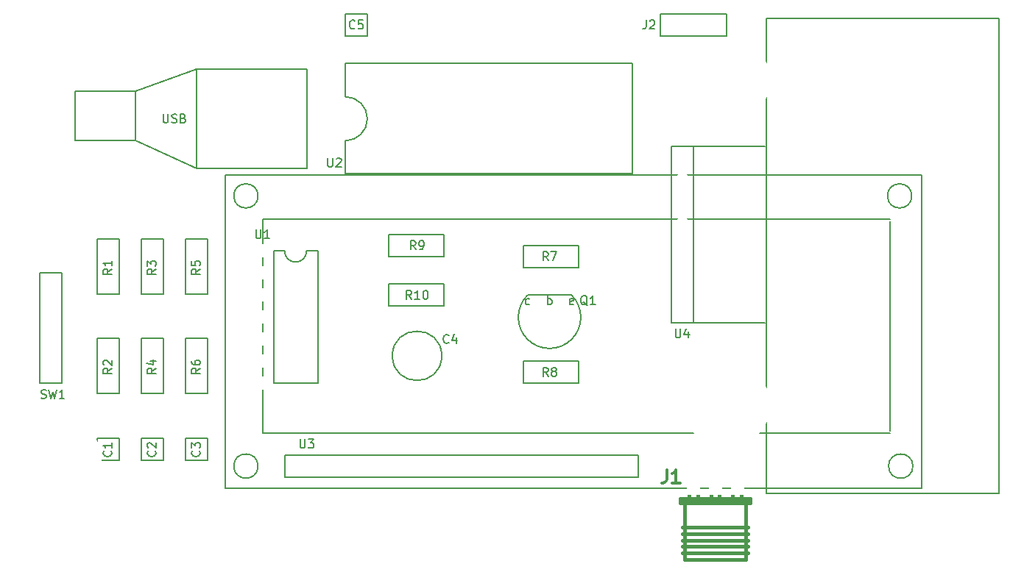
<source format=gto>
G04 #@! TF.FileFunction,Legend,Top*
%FSLAX46Y46*%
G04 Gerber Fmt 4.6, Leading zero omitted, Abs format (unit mm)*
G04 Created by KiCad (PCBNEW 4.0.7) date Thursday, 04 January 2018 'PMt' 04:22:12 PM*
%MOMM*%
%LPD*%
G01*
G04 APERTURE LIST*
%ADD10C,0.100000*%
%ADD11C,0.150000*%
%ADD12C,0.381000*%
%ADD13C,0.304800*%
%ADD14C,10.000000*%
%ADD15C,1.500000*%
%ADD16R,1.524000X1.500000*%
%ADD17R,1.500000X1.500000*%
%ADD18R,1.524000X4.064000*%
G04 APERTURE END LIST*
D10*
D11*
X104775000Y-65405000D02*
G75*
G03X104775000Y-65405000I-3810000J0D01*
G01*
X104775000Y-113030000D02*
G75*
G03X104775000Y-113030000I-3810000J0D01*
G01*
X181610000Y-106680000D02*
G75*
G03X181610000Y-106680000I-3810000J0D01*
G01*
X181610000Y-69215000D02*
G75*
G03X181610000Y-69215000I-3810000J0D01*
G01*
X170180000Y-64135000D02*
X170180000Y-61595000D01*
X170180000Y-61595000D02*
X177800000Y-61595000D01*
X177800000Y-61595000D02*
X177800000Y-64135000D01*
X177800000Y-64135000D02*
X170180000Y-64135000D01*
X133985000Y-64135000D02*
X136525000Y-64135000D01*
X133985000Y-64135000D02*
X133985000Y-61595000D01*
X136525000Y-64135000D02*
X133985000Y-64135000D01*
X136525000Y-61595000D02*
X136525000Y-64135000D01*
X133985000Y-61595000D02*
X136525000Y-61595000D01*
X138938000Y-89535000D02*
X145288000Y-89535000D01*
X138938000Y-86995000D02*
X145288000Y-86995000D01*
X145288000Y-86995000D02*
X145288000Y-89535000D01*
X138938000Y-89535000D02*
X138938000Y-86995000D01*
X160782000Y-88265000D02*
X154432000Y-88265000D01*
X160782000Y-90805000D02*
X154432000Y-90805000D01*
X154432000Y-90805000D02*
X154432000Y-88265000D01*
X160782000Y-88265000D02*
X160782000Y-90805000D01*
X160782000Y-101600000D02*
X154432000Y-101600000D01*
X160782000Y-104140000D02*
X154432000Y-104140000D01*
X154432000Y-104140000D02*
X154432000Y-101600000D01*
X160782000Y-101600000D02*
X160782000Y-104140000D01*
X145079806Y-100965000D02*
G75*
G03X145079806Y-100965000I-2839806J0D01*
G01*
X138938000Y-95250000D02*
X145288000Y-95250000D01*
X138938000Y-92710000D02*
X145288000Y-92710000D01*
X145288000Y-92710000D02*
X145288000Y-95250000D01*
X138938000Y-95250000D02*
X138938000Y-92710000D01*
X105410000Y-87503000D02*
X105410000Y-93853000D01*
X107950000Y-87503000D02*
X107950000Y-93853000D01*
X107950000Y-93853000D02*
X105410000Y-93853000D01*
X105410000Y-87503000D02*
X107950000Y-87503000D01*
X110490000Y-87503000D02*
X110490000Y-93853000D01*
X113030000Y-87503000D02*
X113030000Y-93853000D01*
X113030000Y-93853000D02*
X110490000Y-93853000D01*
X110490000Y-87503000D02*
X113030000Y-87503000D01*
X115570000Y-87503000D02*
X115570000Y-93853000D01*
X118110000Y-87503000D02*
X118110000Y-93853000D01*
X118110000Y-93853000D02*
X115570000Y-93853000D01*
X115570000Y-87503000D02*
X118110000Y-87503000D01*
X105410000Y-98933000D02*
X105410000Y-105283000D01*
X107950000Y-98933000D02*
X107950000Y-105283000D01*
X107950000Y-105283000D02*
X105410000Y-105283000D01*
X105410000Y-98933000D02*
X107950000Y-98933000D01*
X110490000Y-98933000D02*
X110490000Y-105283000D01*
X113030000Y-98933000D02*
X113030000Y-105283000D01*
X113030000Y-105283000D02*
X110490000Y-105283000D01*
X110490000Y-98933000D02*
X113030000Y-98933000D01*
X115570000Y-98933000D02*
X115570000Y-105283000D01*
X118110000Y-98933000D02*
X118110000Y-105283000D01*
X118110000Y-105283000D02*
X115570000Y-105283000D01*
X115570000Y-98933000D02*
X118110000Y-98933000D01*
X105410000Y-110490000D02*
X105410000Y-113030000D01*
X105410000Y-110490000D02*
X107950000Y-110490000D01*
X105410000Y-113030000D02*
X105410000Y-110490000D01*
X107950000Y-113030000D02*
X105410000Y-113030000D01*
X107950000Y-110490000D02*
X107950000Y-113030000D01*
X110490000Y-110490000D02*
X110490000Y-113030000D01*
X110490000Y-110490000D02*
X113030000Y-110490000D01*
X110490000Y-113030000D02*
X110490000Y-110490000D01*
X113030000Y-113030000D02*
X110490000Y-113030000D01*
X113030000Y-110490000D02*
X113030000Y-113030000D01*
X115570000Y-110490000D02*
X115570000Y-113030000D01*
X115570000Y-110490000D02*
X118110000Y-110490000D01*
X115570000Y-113030000D02*
X115570000Y-110490000D01*
X118110000Y-113030000D02*
X115570000Y-113030000D01*
X118110000Y-110490000D02*
X118110000Y-113030000D01*
X101346000Y-91440000D02*
X98806000Y-91440000D01*
X101346000Y-104140000D02*
X98806000Y-104140000D01*
X98806000Y-104140000D02*
X98806000Y-91440000D01*
X101346000Y-91440000D02*
X101346000Y-104140000D01*
D12*
X180279040Y-123685300D02*
X172780960Y-123685300D01*
X172780960Y-122936000D02*
X180279040Y-122936000D01*
X180279040Y-122184160D02*
X172780960Y-122184160D01*
X172780960Y-120685560D02*
X180279040Y-120685560D01*
X180279040Y-121434860D02*
X172780960Y-121434860D01*
X173029880Y-124434600D02*
X180030120Y-124434600D01*
X180030120Y-124434600D02*
X180030120Y-123934220D01*
X172529500Y-117934740D02*
X172529500Y-117434360D01*
X180530500Y-117934740D02*
X180530500Y-117434360D01*
X180530500Y-117685820D02*
X172529500Y-117685820D01*
X172529500Y-117934740D02*
X180530500Y-117934740D01*
X178528980Y-117434360D02*
X178528980Y-113433860D01*
X178528980Y-113433860D02*
X179529740Y-113433860D01*
X179529740Y-113433860D02*
X179529740Y-117434360D01*
X176029620Y-117434360D02*
X176029620Y-113433860D01*
X176029620Y-113433860D02*
X177030380Y-113433860D01*
X177030380Y-113433860D02*
X177030380Y-117434360D01*
X173530260Y-117434360D02*
X173530260Y-113433860D01*
X173530260Y-113433860D02*
X174531020Y-113433860D01*
X174531020Y-113433860D02*
X174531020Y-117434360D01*
X173029880Y-124434600D02*
X173029880Y-117434360D01*
X172529500Y-117434360D02*
X180530500Y-117434360D01*
X180030120Y-117434360D02*
X180030120Y-123934220D01*
D11*
X154940000Y-93980000D02*
X160020000Y-93980000D01*
X160020000Y-99060000D02*
G75*
G03X160020000Y-93980000I-2540000J2540000D01*
G01*
X154940000Y-99060000D02*
G75*
G03X160020000Y-99060000I2540000J2540000D01*
G01*
X154940000Y-93980000D02*
G75*
G03X154940000Y-99060000I2540000J-2540000D01*
G01*
X116840000Y-79375000D02*
X116840000Y-67945000D01*
X102870000Y-76200000D02*
X109855000Y-76200000D01*
X109855000Y-76200000D02*
X109855000Y-70485000D01*
X109855000Y-70485000D02*
X102870000Y-70485000D01*
X102870000Y-70485000D02*
X102870000Y-76200000D01*
X109855000Y-76200000D02*
X116840000Y-79375000D01*
X109855000Y-70485000D02*
X116840000Y-67945000D01*
X116840000Y-67945000D02*
X129540000Y-67945000D01*
X116840000Y-79375000D02*
X129540000Y-79375000D01*
X129540000Y-67945000D02*
X129540000Y-79375000D01*
X167005000Y-80010000D02*
X167005000Y-67310000D01*
X133985000Y-71120000D02*
X133985000Y-67310000D01*
X133985000Y-80010000D02*
X133985000Y-76200000D01*
X133985000Y-80010000D02*
X167005000Y-80010000D01*
X167005000Y-67310000D02*
X133985000Y-67310000D01*
X133985000Y-76200000D02*
G75*
G03X136525000Y-73660000I0J2540000D01*
G01*
X136525000Y-73660000D02*
G75*
G03X133985000Y-71120000I-2540000J0D01*
G01*
X173990000Y-97155000D02*
X182245000Y-97155000D01*
X173990000Y-76835000D02*
X182245000Y-76835000D01*
X171450000Y-76835000D02*
X173990000Y-76835000D01*
X173990000Y-76835000D02*
X173990000Y-97155000D01*
X173990000Y-97155000D02*
X171450000Y-97155000D01*
X171450000Y-97155000D02*
X171450000Y-76835000D01*
X208915000Y-62103000D02*
X209169000Y-62103000D01*
X209169000Y-116840000D02*
X209169000Y-62103000D01*
X182372000Y-116840000D02*
X209169000Y-116840000D01*
X182372000Y-62103000D02*
X209042000Y-62103000D01*
X182372000Y-111379000D02*
X182372000Y-116840000D01*
X182372000Y-62103000D02*
X182372000Y-77089000D01*
X182372000Y-69215000D02*
X182372000Y-111379000D01*
X125730000Y-104140000D02*
X130810000Y-104140000D01*
X129540000Y-88900000D02*
X130810000Y-88900000D01*
X125730000Y-88900000D02*
X127000000Y-88900000D01*
X125730000Y-88900000D02*
X125730000Y-104140000D01*
X130810000Y-104140000D02*
X130810000Y-88900000D01*
X127000000Y-88900000D02*
G75*
G03X128270000Y-90170000I1270000J0D01*
G01*
X128270000Y-90170000D02*
G75*
G03X129540000Y-88900000I0J1270000D01*
G01*
X124460000Y-85217000D02*
X196596000Y-85217000D01*
X124460000Y-109855000D02*
X196596000Y-109855000D01*
X196596000Y-85471000D02*
X196596000Y-109601000D01*
X124460000Y-85217000D02*
X124460000Y-109855000D01*
X199263000Y-113665000D02*
G75*
G03X199263000Y-113665000I-1397000J0D01*
G01*
X123952000Y-113665000D02*
G75*
G03X123952000Y-113665000I-1397000J0D01*
G01*
X123952000Y-82550000D02*
G75*
G03X123952000Y-82550000I-1397000J0D01*
G01*
X199136000Y-82550000D02*
G75*
G03X199136000Y-82550000I-1397000J0D01*
G01*
X120142000Y-80137000D02*
X200279000Y-80137000D01*
X200279000Y-113665000D02*
X200279000Y-80137000D01*
X120142000Y-109347000D02*
X120142000Y-80137000D01*
X120904000Y-80137000D02*
X121793000Y-80137000D01*
X200279000Y-116078000D02*
X200279000Y-116205000D01*
X128778000Y-116205000D02*
X200279000Y-116205000D01*
X200279000Y-113665000D02*
X200279000Y-116078000D01*
X120142000Y-116205000D02*
X120142000Y-109220000D01*
X128270000Y-116205000D02*
X120269000Y-116205000D01*
X120269000Y-116205000D02*
X120142000Y-116205000D01*
X128270000Y-116205000D02*
X128778000Y-116205000D01*
X120142000Y-113792000D02*
X120142000Y-113284000D01*
X127000000Y-112395000D02*
X167640000Y-112395000D01*
X167640000Y-112395000D02*
X167640000Y-114935000D01*
X167640000Y-114935000D02*
X127000000Y-114935000D01*
X127000000Y-114935000D02*
X127000000Y-112395000D01*
X168576667Y-62317381D02*
X168576667Y-63031667D01*
X168529047Y-63174524D01*
X168433809Y-63269762D01*
X168290952Y-63317381D01*
X168195714Y-63317381D01*
X169005238Y-62412619D02*
X169052857Y-62365000D01*
X169148095Y-62317381D01*
X169386191Y-62317381D01*
X169481429Y-62365000D01*
X169529048Y-62412619D01*
X169576667Y-62507857D01*
X169576667Y-62603095D01*
X169529048Y-62745952D01*
X168957619Y-63317381D01*
X169576667Y-63317381D01*
X135088334Y-63222143D02*
X135040715Y-63269762D01*
X134897858Y-63317381D01*
X134802620Y-63317381D01*
X134659762Y-63269762D01*
X134564524Y-63174524D01*
X134516905Y-63079286D01*
X134469286Y-62888810D01*
X134469286Y-62745952D01*
X134516905Y-62555476D01*
X134564524Y-62460238D01*
X134659762Y-62365000D01*
X134802620Y-62317381D01*
X134897858Y-62317381D01*
X135040715Y-62365000D01*
X135088334Y-62412619D01*
X135993096Y-62317381D02*
X135516905Y-62317381D01*
X135469286Y-62793571D01*
X135516905Y-62745952D01*
X135612143Y-62698333D01*
X135850239Y-62698333D01*
X135945477Y-62745952D01*
X135993096Y-62793571D01*
X136040715Y-62888810D01*
X136040715Y-63126905D01*
X135993096Y-63222143D01*
X135945477Y-63269762D01*
X135850239Y-63317381D01*
X135612143Y-63317381D01*
X135516905Y-63269762D01*
X135469286Y-63222143D01*
X142073334Y-88717381D02*
X141740000Y-88241190D01*
X141501905Y-88717381D02*
X141501905Y-87717381D01*
X141882858Y-87717381D01*
X141978096Y-87765000D01*
X142025715Y-87812619D01*
X142073334Y-87907857D01*
X142073334Y-88050714D01*
X142025715Y-88145952D01*
X141978096Y-88193571D01*
X141882858Y-88241190D01*
X141501905Y-88241190D01*
X142549524Y-88717381D02*
X142740000Y-88717381D01*
X142835239Y-88669762D01*
X142882858Y-88622143D01*
X142978096Y-88479286D01*
X143025715Y-88288810D01*
X143025715Y-87907857D01*
X142978096Y-87812619D01*
X142930477Y-87765000D01*
X142835239Y-87717381D01*
X142644762Y-87717381D01*
X142549524Y-87765000D01*
X142501905Y-87812619D01*
X142454286Y-87907857D01*
X142454286Y-88145952D01*
X142501905Y-88241190D01*
X142549524Y-88288810D01*
X142644762Y-88336429D01*
X142835239Y-88336429D01*
X142930477Y-88288810D01*
X142978096Y-88241190D01*
X143025715Y-88145952D01*
X157313334Y-89987381D02*
X156980000Y-89511190D01*
X156741905Y-89987381D02*
X156741905Y-88987381D01*
X157122858Y-88987381D01*
X157218096Y-89035000D01*
X157265715Y-89082619D01*
X157313334Y-89177857D01*
X157313334Y-89320714D01*
X157265715Y-89415952D01*
X157218096Y-89463571D01*
X157122858Y-89511190D01*
X156741905Y-89511190D01*
X157646667Y-88987381D02*
X158313334Y-88987381D01*
X157884762Y-89987381D01*
X157313334Y-103322381D02*
X156980000Y-102846190D01*
X156741905Y-103322381D02*
X156741905Y-102322381D01*
X157122858Y-102322381D01*
X157218096Y-102370000D01*
X157265715Y-102417619D01*
X157313334Y-102512857D01*
X157313334Y-102655714D01*
X157265715Y-102750952D01*
X157218096Y-102798571D01*
X157122858Y-102846190D01*
X156741905Y-102846190D01*
X157884762Y-102750952D02*
X157789524Y-102703333D01*
X157741905Y-102655714D01*
X157694286Y-102560476D01*
X157694286Y-102512857D01*
X157741905Y-102417619D01*
X157789524Y-102370000D01*
X157884762Y-102322381D01*
X158075239Y-102322381D01*
X158170477Y-102370000D01*
X158218096Y-102417619D01*
X158265715Y-102512857D01*
X158265715Y-102560476D01*
X158218096Y-102655714D01*
X158170477Y-102703333D01*
X158075239Y-102750952D01*
X157884762Y-102750952D01*
X157789524Y-102798571D01*
X157741905Y-102846190D01*
X157694286Y-102941429D01*
X157694286Y-103131905D01*
X157741905Y-103227143D01*
X157789524Y-103274762D01*
X157884762Y-103322381D01*
X158075239Y-103322381D01*
X158170477Y-103274762D01*
X158218096Y-103227143D01*
X158265715Y-103131905D01*
X158265715Y-102941429D01*
X158218096Y-102846190D01*
X158170477Y-102798571D01*
X158075239Y-102750952D01*
X145883334Y-99417143D02*
X145835715Y-99464762D01*
X145692858Y-99512381D01*
X145597620Y-99512381D01*
X145454762Y-99464762D01*
X145359524Y-99369524D01*
X145311905Y-99274286D01*
X145264286Y-99083810D01*
X145264286Y-98940952D01*
X145311905Y-98750476D01*
X145359524Y-98655238D01*
X145454762Y-98560000D01*
X145597620Y-98512381D01*
X145692858Y-98512381D01*
X145835715Y-98560000D01*
X145883334Y-98607619D01*
X146740477Y-98845714D02*
X146740477Y-99512381D01*
X146502381Y-98464762D02*
X146264286Y-99179048D01*
X146883334Y-99179048D01*
X141597143Y-94432381D02*
X141263809Y-93956190D01*
X141025714Y-94432381D02*
X141025714Y-93432381D01*
X141406667Y-93432381D01*
X141501905Y-93480000D01*
X141549524Y-93527619D01*
X141597143Y-93622857D01*
X141597143Y-93765714D01*
X141549524Y-93860952D01*
X141501905Y-93908571D01*
X141406667Y-93956190D01*
X141025714Y-93956190D01*
X142549524Y-94432381D02*
X141978095Y-94432381D01*
X142263809Y-94432381D02*
X142263809Y-93432381D01*
X142168571Y-93575238D01*
X142073333Y-93670476D01*
X141978095Y-93718095D01*
X143168571Y-93432381D02*
X143263810Y-93432381D01*
X143359048Y-93480000D01*
X143406667Y-93527619D01*
X143454286Y-93622857D01*
X143501905Y-93813333D01*
X143501905Y-94051429D01*
X143454286Y-94241905D01*
X143406667Y-94337143D01*
X143359048Y-94384762D01*
X143263810Y-94432381D01*
X143168571Y-94432381D01*
X143073333Y-94384762D01*
X143025714Y-94337143D01*
X142978095Y-94241905D01*
X142930476Y-94051429D01*
X142930476Y-93813333D01*
X142978095Y-93622857D01*
X143025714Y-93527619D01*
X143073333Y-93480000D01*
X143168571Y-93432381D01*
X107132381Y-90971666D02*
X106656190Y-91305000D01*
X107132381Y-91543095D02*
X106132381Y-91543095D01*
X106132381Y-91162142D01*
X106180000Y-91066904D01*
X106227619Y-91019285D01*
X106322857Y-90971666D01*
X106465714Y-90971666D01*
X106560952Y-91019285D01*
X106608571Y-91066904D01*
X106656190Y-91162142D01*
X106656190Y-91543095D01*
X107132381Y-90019285D02*
X107132381Y-90590714D01*
X107132381Y-90305000D02*
X106132381Y-90305000D01*
X106275238Y-90400238D01*
X106370476Y-90495476D01*
X106418095Y-90590714D01*
X112212381Y-90971666D02*
X111736190Y-91305000D01*
X112212381Y-91543095D02*
X111212381Y-91543095D01*
X111212381Y-91162142D01*
X111260000Y-91066904D01*
X111307619Y-91019285D01*
X111402857Y-90971666D01*
X111545714Y-90971666D01*
X111640952Y-91019285D01*
X111688571Y-91066904D01*
X111736190Y-91162142D01*
X111736190Y-91543095D01*
X111212381Y-90638333D02*
X111212381Y-90019285D01*
X111593333Y-90352619D01*
X111593333Y-90209761D01*
X111640952Y-90114523D01*
X111688571Y-90066904D01*
X111783810Y-90019285D01*
X112021905Y-90019285D01*
X112117143Y-90066904D01*
X112164762Y-90114523D01*
X112212381Y-90209761D01*
X112212381Y-90495476D01*
X112164762Y-90590714D01*
X112117143Y-90638333D01*
X117292381Y-90971666D02*
X116816190Y-91305000D01*
X117292381Y-91543095D02*
X116292381Y-91543095D01*
X116292381Y-91162142D01*
X116340000Y-91066904D01*
X116387619Y-91019285D01*
X116482857Y-90971666D01*
X116625714Y-90971666D01*
X116720952Y-91019285D01*
X116768571Y-91066904D01*
X116816190Y-91162142D01*
X116816190Y-91543095D01*
X116292381Y-90066904D02*
X116292381Y-90543095D01*
X116768571Y-90590714D01*
X116720952Y-90543095D01*
X116673333Y-90447857D01*
X116673333Y-90209761D01*
X116720952Y-90114523D01*
X116768571Y-90066904D01*
X116863810Y-90019285D01*
X117101905Y-90019285D01*
X117197143Y-90066904D01*
X117244762Y-90114523D01*
X117292381Y-90209761D01*
X117292381Y-90447857D01*
X117244762Y-90543095D01*
X117197143Y-90590714D01*
X107132381Y-102401666D02*
X106656190Y-102735000D01*
X107132381Y-102973095D02*
X106132381Y-102973095D01*
X106132381Y-102592142D01*
X106180000Y-102496904D01*
X106227619Y-102449285D01*
X106322857Y-102401666D01*
X106465714Y-102401666D01*
X106560952Y-102449285D01*
X106608571Y-102496904D01*
X106656190Y-102592142D01*
X106656190Y-102973095D01*
X106227619Y-102020714D02*
X106180000Y-101973095D01*
X106132381Y-101877857D01*
X106132381Y-101639761D01*
X106180000Y-101544523D01*
X106227619Y-101496904D01*
X106322857Y-101449285D01*
X106418095Y-101449285D01*
X106560952Y-101496904D01*
X107132381Y-102068333D01*
X107132381Y-101449285D01*
X112212381Y-102401666D02*
X111736190Y-102735000D01*
X112212381Y-102973095D02*
X111212381Y-102973095D01*
X111212381Y-102592142D01*
X111260000Y-102496904D01*
X111307619Y-102449285D01*
X111402857Y-102401666D01*
X111545714Y-102401666D01*
X111640952Y-102449285D01*
X111688571Y-102496904D01*
X111736190Y-102592142D01*
X111736190Y-102973095D01*
X111545714Y-101544523D02*
X112212381Y-101544523D01*
X111164762Y-101782619D02*
X111879048Y-102020714D01*
X111879048Y-101401666D01*
X117292381Y-102401666D02*
X116816190Y-102735000D01*
X117292381Y-102973095D02*
X116292381Y-102973095D01*
X116292381Y-102592142D01*
X116340000Y-102496904D01*
X116387619Y-102449285D01*
X116482857Y-102401666D01*
X116625714Y-102401666D01*
X116720952Y-102449285D01*
X116768571Y-102496904D01*
X116816190Y-102592142D01*
X116816190Y-102973095D01*
X116292381Y-101544523D02*
X116292381Y-101735000D01*
X116340000Y-101830238D01*
X116387619Y-101877857D01*
X116530476Y-101973095D01*
X116720952Y-102020714D01*
X117101905Y-102020714D01*
X117197143Y-101973095D01*
X117244762Y-101925476D01*
X117292381Y-101830238D01*
X117292381Y-101639761D01*
X117244762Y-101544523D01*
X117197143Y-101496904D01*
X117101905Y-101449285D01*
X116863810Y-101449285D01*
X116768571Y-101496904D01*
X116720952Y-101544523D01*
X116673333Y-101639761D01*
X116673333Y-101830238D01*
X116720952Y-101925476D01*
X116768571Y-101973095D01*
X116863810Y-102020714D01*
X107037143Y-111926666D02*
X107084762Y-111974285D01*
X107132381Y-112117142D01*
X107132381Y-112212380D01*
X107084762Y-112355238D01*
X106989524Y-112450476D01*
X106894286Y-112498095D01*
X106703810Y-112545714D01*
X106560952Y-112545714D01*
X106370476Y-112498095D01*
X106275238Y-112450476D01*
X106180000Y-112355238D01*
X106132381Y-112212380D01*
X106132381Y-112117142D01*
X106180000Y-111974285D01*
X106227619Y-111926666D01*
X107132381Y-110974285D02*
X107132381Y-111545714D01*
X107132381Y-111260000D02*
X106132381Y-111260000D01*
X106275238Y-111355238D01*
X106370476Y-111450476D01*
X106418095Y-111545714D01*
X112117143Y-111926666D02*
X112164762Y-111974285D01*
X112212381Y-112117142D01*
X112212381Y-112212380D01*
X112164762Y-112355238D01*
X112069524Y-112450476D01*
X111974286Y-112498095D01*
X111783810Y-112545714D01*
X111640952Y-112545714D01*
X111450476Y-112498095D01*
X111355238Y-112450476D01*
X111260000Y-112355238D01*
X111212381Y-112212380D01*
X111212381Y-112117142D01*
X111260000Y-111974285D01*
X111307619Y-111926666D01*
X111307619Y-111545714D02*
X111260000Y-111498095D01*
X111212381Y-111402857D01*
X111212381Y-111164761D01*
X111260000Y-111069523D01*
X111307619Y-111021904D01*
X111402857Y-110974285D01*
X111498095Y-110974285D01*
X111640952Y-111021904D01*
X112212381Y-111593333D01*
X112212381Y-110974285D01*
X117197143Y-111926666D02*
X117244762Y-111974285D01*
X117292381Y-112117142D01*
X117292381Y-112212380D01*
X117244762Y-112355238D01*
X117149524Y-112450476D01*
X117054286Y-112498095D01*
X116863810Y-112545714D01*
X116720952Y-112545714D01*
X116530476Y-112498095D01*
X116435238Y-112450476D01*
X116340000Y-112355238D01*
X116292381Y-112212380D01*
X116292381Y-112117142D01*
X116340000Y-111974285D01*
X116387619Y-111926666D01*
X116292381Y-111593333D02*
X116292381Y-110974285D01*
X116673333Y-111307619D01*
X116673333Y-111164761D01*
X116720952Y-111069523D01*
X116768571Y-111021904D01*
X116863810Y-110974285D01*
X117101905Y-110974285D01*
X117197143Y-111021904D01*
X117244762Y-111069523D01*
X117292381Y-111164761D01*
X117292381Y-111450476D01*
X117244762Y-111545714D01*
X117197143Y-111593333D01*
X98996667Y-105814762D02*
X99139524Y-105862381D01*
X99377620Y-105862381D01*
X99472858Y-105814762D01*
X99520477Y-105767143D01*
X99568096Y-105671905D01*
X99568096Y-105576667D01*
X99520477Y-105481429D01*
X99472858Y-105433810D01*
X99377620Y-105386190D01*
X99187143Y-105338571D01*
X99091905Y-105290952D01*
X99044286Y-105243333D01*
X98996667Y-105148095D01*
X98996667Y-105052857D01*
X99044286Y-104957619D01*
X99091905Y-104910000D01*
X99187143Y-104862381D01*
X99425239Y-104862381D01*
X99568096Y-104910000D01*
X99901429Y-104862381D02*
X100139524Y-105862381D01*
X100330001Y-105148095D01*
X100520477Y-105862381D01*
X100758572Y-104862381D01*
X101663334Y-105862381D02*
X101091905Y-105862381D01*
X101377619Y-105862381D02*
X101377619Y-104862381D01*
X101282381Y-105005238D01*
X101187143Y-105100476D01*
X101091905Y-105148095D01*
D13*
X170942000Y-114100429D02*
X170942000Y-115189000D01*
X170869428Y-115406714D01*
X170724285Y-115551857D01*
X170506571Y-115624429D01*
X170361428Y-115624429D01*
X172466000Y-115624429D02*
X171595143Y-115624429D01*
X172030571Y-115624429D02*
X172030571Y-114100429D01*
X171885428Y-114318143D01*
X171740286Y-114463286D01*
X171595143Y-114535857D01*
D11*
X161829762Y-95162619D02*
X161734524Y-95115000D01*
X161639286Y-95019762D01*
X161496429Y-94876905D01*
X161401190Y-94829286D01*
X161305952Y-94829286D01*
X161353571Y-95067381D02*
X161258333Y-95019762D01*
X161163095Y-94924524D01*
X161115476Y-94734048D01*
X161115476Y-94400714D01*
X161163095Y-94210238D01*
X161258333Y-94115000D01*
X161353571Y-94067381D01*
X161544048Y-94067381D01*
X161639286Y-94115000D01*
X161734524Y-94210238D01*
X161782143Y-94400714D01*
X161782143Y-94734048D01*
X161734524Y-94924524D01*
X161639286Y-95019762D01*
X161544048Y-95067381D01*
X161353571Y-95067381D01*
X162734524Y-95067381D02*
X162163095Y-95067381D01*
X162448809Y-95067381D02*
X162448809Y-94067381D01*
X162353571Y-94210238D01*
X162258333Y-94305476D01*
X162163095Y-94353095D01*
X155178096Y-95019762D02*
X155082858Y-95067381D01*
X154892381Y-95067381D01*
X154797143Y-95019762D01*
X154749524Y-94972143D01*
X154701905Y-94876905D01*
X154701905Y-94591190D01*
X154749524Y-94495952D01*
X154797143Y-94448333D01*
X154892381Y-94400714D01*
X155082858Y-94400714D01*
X155178096Y-94448333D01*
X157265714Y-95067381D02*
X157265714Y-94067381D01*
X157265714Y-94448333D02*
X157360952Y-94400714D01*
X157551429Y-94400714D01*
X157646667Y-94448333D01*
X157694286Y-94495952D01*
X157741905Y-94591190D01*
X157741905Y-94876905D01*
X157694286Y-94972143D01*
X157646667Y-95019762D01*
X157551429Y-95067381D01*
X157360952Y-95067381D01*
X157265714Y-95019762D01*
X160210477Y-95019762D02*
X160115239Y-95067381D01*
X159924762Y-95067381D01*
X159829524Y-95019762D01*
X159781905Y-94924524D01*
X159781905Y-94543571D01*
X159829524Y-94448333D01*
X159924762Y-94400714D01*
X160115239Y-94400714D01*
X160210477Y-94448333D01*
X160258096Y-94543571D01*
X160258096Y-94638810D01*
X159781905Y-94734048D01*
X131953095Y-78192381D02*
X131953095Y-79001905D01*
X132000714Y-79097143D01*
X132048333Y-79144762D01*
X132143571Y-79192381D01*
X132334048Y-79192381D01*
X132429286Y-79144762D01*
X132476905Y-79097143D01*
X132524524Y-79001905D01*
X132524524Y-78192381D01*
X132953095Y-78287619D02*
X133000714Y-78240000D01*
X133095952Y-78192381D01*
X133334048Y-78192381D01*
X133429286Y-78240000D01*
X133476905Y-78287619D01*
X133524524Y-78382857D01*
X133524524Y-78478095D01*
X133476905Y-78620952D01*
X132905476Y-79192381D01*
X133524524Y-79192381D01*
X113038095Y-73112381D02*
X113038095Y-73921905D01*
X113085714Y-74017143D01*
X113133333Y-74064762D01*
X113228571Y-74112381D01*
X113419048Y-74112381D01*
X113514286Y-74064762D01*
X113561905Y-74017143D01*
X113609524Y-73921905D01*
X113609524Y-73112381D01*
X114038095Y-74064762D02*
X114180952Y-74112381D01*
X114419048Y-74112381D01*
X114514286Y-74064762D01*
X114561905Y-74017143D01*
X114609524Y-73921905D01*
X114609524Y-73826667D01*
X114561905Y-73731429D01*
X114514286Y-73683810D01*
X114419048Y-73636190D01*
X114228571Y-73588571D01*
X114133333Y-73540952D01*
X114085714Y-73493333D01*
X114038095Y-73398095D01*
X114038095Y-73302857D01*
X114085714Y-73207619D01*
X114133333Y-73160000D01*
X114228571Y-73112381D01*
X114466667Y-73112381D01*
X114609524Y-73160000D01*
X115371429Y-73588571D02*
X115514286Y-73636190D01*
X115561905Y-73683810D01*
X115609524Y-73779048D01*
X115609524Y-73921905D01*
X115561905Y-74017143D01*
X115514286Y-74064762D01*
X115419048Y-74112381D01*
X115038095Y-74112381D01*
X115038095Y-73112381D01*
X115371429Y-73112381D01*
X115466667Y-73160000D01*
X115514286Y-73207619D01*
X115561905Y-73302857D01*
X115561905Y-73398095D01*
X115514286Y-73493333D01*
X115466667Y-73540952D01*
X115371429Y-73588571D01*
X115038095Y-73588571D01*
X171958095Y-97877381D02*
X171958095Y-98686905D01*
X172005714Y-98782143D01*
X172053333Y-98829762D01*
X172148571Y-98877381D01*
X172339048Y-98877381D01*
X172434286Y-98829762D01*
X172481905Y-98782143D01*
X172529524Y-98686905D01*
X172529524Y-97877381D01*
X173434286Y-98210714D02*
X173434286Y-98877381D01*
X173196190Y-97829762D02*
X172958095Y-98544048D01*
X173577143Y-98544048D01*
X123698095Y-86447381D02*
X123698095Y-87256905D01*
X123745714Y-87352143D01*
X123793333Y-87399762D01*
X123888571Y-87447381D01*
X124079048Y-87447381D01*
X124174286Y-87399762D01*
X124221905Y-87352143D01*
X124269524Y-87256905D01*
X124269524Y-86447381D01*
X125269524Y-87447381D02*
X124698095Y-87447381D01*
X124983809Y-87447381D02*
X124983809Y-86447381D01*
X124888571Y-86590238D01*
X124793333Y-86685476D01*
X124698095Y-86733095D01*
X128778095Y-110577381D02*
X128778095Y-111386905D01*
X128825714Y-111482143D01*
X128873333Y-111529762D01*
X128968571Y-111577381D01*
X129159048Y-111577381D01*
X129254286Y-111529762D01*
X129301905Y-111482143D01*
X129349524Y-111386905D01*
X129349524Y-110577381D01*
X129730476Y-110577381D02*
X130349524Y-110577381D01*
X130016190Y-110958333D01*
X130159048Y-110958333D01*
X130254286Y-111005952D01*
X130301905Y-111053571D01*
X130349524Y-111148810D01*
X130349524Y-111386905D01*
X130301905Y-111482143D01*
X130254286Y-111529762D01*
X130159048Y-111577381D01*
X129873333Y-111577381D01*
X129778095Y-111529762D01*
X129730476Y-111482143D01*
%LPC*%
D14*
X100965000Y-65405000D03*
X100965000Y-113030000D03*
X177800000Y-106680000D03*
X177800000Y-69215000D03*
D15*
X171450000Y-62865000D03*
D16*
X173990000Y-62865000D03*
D15*
X176530000Y-62865000D03*
X132715000Y-62865000D03*
X137795000Y-62865000D03*
X137668000Y-88265000D03*
X146558000Y-88265000D03*
X162052000Y-89535000D03*
X153162000Y-89535000D03*
X162052000Y-102870000D03*
X153162000Y-102870000D03*
D17*
X140970000Y-100965000D03*
D15*
X143510000Y-100965000D03*
X137668000Y-93980000D03*
X146558000Y-93980000D03*
X106680000Y-86233000D03*
X106680000Y-95123000D03*
X111760000Y-86233000D03*
X111760000Y-95123000D03*
X116840000Y-86233000D03*
X116840000Y-95123000D03*
X106680000Y-97663000D03*
X106680000Y-106553000D03*
X111760000Y-97663000D03*
X111760000Y-106553000D03*
X116840000Y-97663000D03*
X116840000Y-106553000D03*
X106680000Y-109220000D03*
X106680000Y-114300000D03*
X111760000Y-109220000D03*
X111760000Y-114300000D03*
X116840000Y-109220000D03*
X116840000Y-114300000D03*
X100076000Y-102870000D03*
X100076000Y-100330000D03*
X100076000Y-97790000D03*
X100076000Y-95250000D03*
X100076000Y-92710000D03*
D18*
X176530000Y-114935000D03*
X173990000Y-114935000D03*
X179070000Y-114935000D03*
D15*
X160020000Y-96520000D03*
X157480000Y-96520000D03*
X154940000Y-96520000D03*
D17*
X133985000Y-81280000D03*
D15*
X136525000Y-81280000D03*
X139065000Y-81280000D03*
X141605000Y-81280000D03*
X144145000Y-81280000D03*
X146685000Y-81280000D03*
X149225000Y-81280000D03*
X151765000Y-81280000D03*
X154305000Y-81280000D03*
X156845000Y-81280000D03*
X159385000Y-81280000D03*
X161925000Y-81280000D03*
X164465000Y-81280000D03*
X167005000Y-81280000D03*
X167005000Y-66040000D03*
X164465000Y-66040000D03*
X161925000Y-66040000D03*
X159385000Y-66040000D03*
X156845000Y-66040000D03*
X154305000Y-66040000D03*
X151765000Y-66040000D03*
X149225000Y-66040000D03*
X146685000Y-66040000D03*
X144145000Y-66040000D03*
X141605000Y-66040000D03*
X139065000Y-66040000D03*
X136525000Y-66040000D03*
X133985000Y-66040000D03*
X172720000Y-78105000D03*
X172720000Y-80645000D03*
X172720000Y-83185000D03*
X172720000Y-85725000D03*
X172720000Y-88265000D03*
X172720000Y-90805000D03*
X172720000Y-93345000D03*
D17*
X172720000Y-95885000D03*
X124460000Y-88900000D03*
D15*
X124460000Y-91440000D03*
X124460000Y-93980000D03*
X124460000Y-96520000D03*
X124460000Y-99060000D03*
X124460000Y-101600000D03*
X124460000Y-104140000D03*
X132080000Y-104140000D03*
X132080000Y-101600000D03*
X132080000Y-99060000D03*
X132080000Y-96520000D03*
X132080000Y-93980000D03*
X132080000Y-91440000D03*
X132080000Y-88900000D03*
D17*
X128270000Y-113665000D03*
D15*
X130810000Y-113665000D03*
X133350000Y-113665000D03*
X135890000Y-113665000D03*
X138430000Y-113665000D03*
X140970000Y-113665000D03*
X143510000Y-113665000D03*
X146050000Y-113665000D03*
X148590000Y-113665000D03*
X151130000Y-113665000D03*
X153670000Y-113665000D03*
X156210000Y-113665000D03*
X158750000Y-113665000D03*
X161290000Y-113665000D03*
X163830000Y-113665000D03*
X166370000Y-113665000D03*
M02*

</source>
